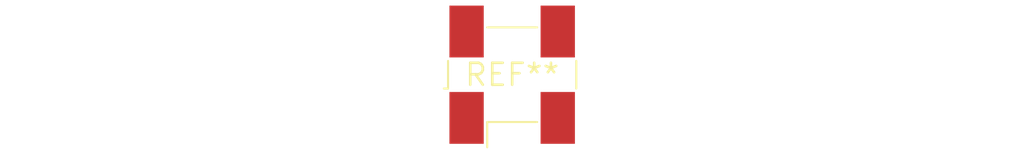
<source format=kicad_pcb>
(kicad_pcb (version 20240108) (generator pcbnew)
  (layers (0 "F.Cu" signal) (31 "B.Cu" signal) (34 "B.Paste" user) (35 "F.Paste" user) (36 "B.SilkS" user "B.Silkscreen") (37 "F.SilkS" user "F.Silkscreen") (38 "B.Mask" user) (39 "F.Mask" user) (44 "Edge.Cuts" user))
  (net 0 "")
  (footprint "Oscillator_SMD_Abracon_ASV-4Pin_7.0x5.1mm_HandSoldering" (layer "F.Cu") (at 0 0)
    (property "Reference" "REF**")
    (property "Value" "Oscillator_SMD_Abracon_ASV-4Pin_7.0x5.1mm_HandSoldering")
    (fp_line (start -3.94 0.8) (end -3.7 0.8) (layer "F.SilkS") (stroke (width 0.12)))
    (fp_line (start -3.7 0.8) (end -3.7 -0.8) (layer "F.SilkS") (stroke (width 0.12)))
    (fp_line (start -1.44 -2.74) (end 1.44 -2.74) (layer "F.SilkS") (stroke (width 0.12)))
    (fp_line (start -1.44 2.74) (end -1.44 4.2) (layer "F.SilkS") (stroke (width 0.12)))
    (fp_line (start 1.44 2.74) (end -1.44 2.74) (layer "F.SilkS") (stroke (width 0.12)))
    (fp_line (start 3.7 -0.8) (end 3.7 0.8) (layer "F.SilkS") (stroke (width 0.12)))
    (pad "1" smd rect (at -2.63 2.5) (size 1.98 3) (layers "F.Cu" "F.Paste" "F.Mask"))
    (pad "2" smd rect (at 2.63 2.5) (size 1.98 3) (layers "F.Cu" "F.Paste" "F.Mask"))
    (pad "3" smd rect (at 2.63 -2.5) (size 1.98 3) (layers "F.Cu" "F.Paste" "F.Mask"))
    (pad "4" smd rect (at -2.63 -2.5) (size 1.98 3) (layers "F.Cu" "F.Paste" "F.Mask"))
  )
)
</source>
